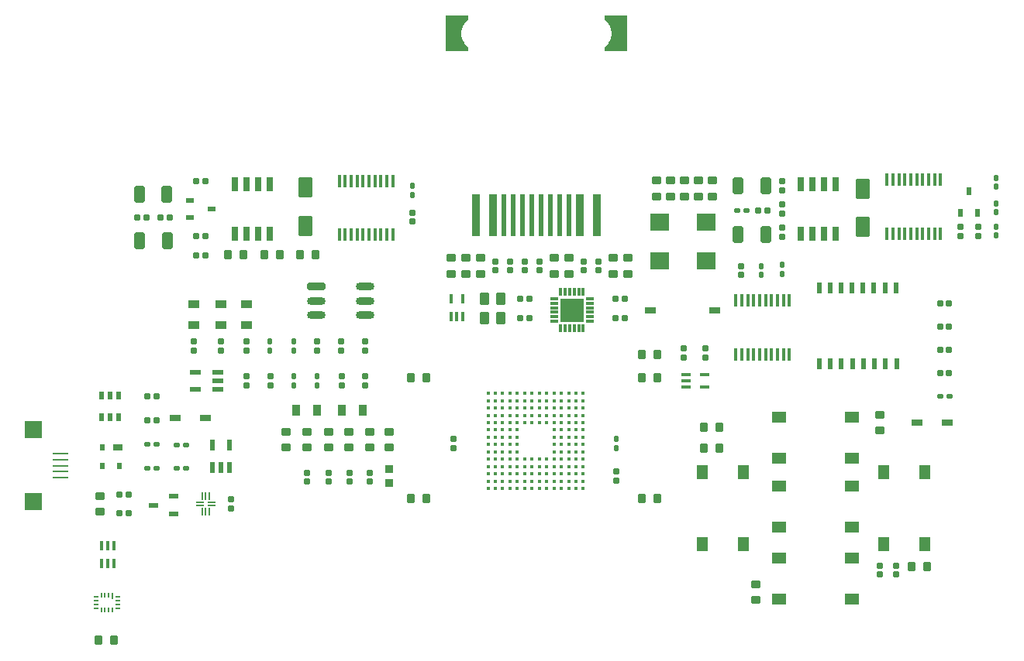
<source format=gtp>
G04*
G04 #@! TF.GenerationSoftware,Altium Limited,Altium Designer,21.3.2 (30)*
G04*
G04 Layer_Color=8421504*
%FSTAX24Y24*%
%MOIN*%
G70*
G04*
G04 #@! TF.SameCoordinates,D8A3EA29-9EC9-40DC-B38B-D8388A14BA40*
G04*
G04*
G04 #@! TF.FilePolarity,Positive*
G04*
G01*
G75*
G04:AMPARAMS|DCode=27|XSize=39.4mil|YSize=35.4mil|CornerRadius=4.4mil|HoleSize=0mil|Usage=FLASHONLY|Rotation=0.000|XOffset=0mil|YOffset=0mil|HoleType=Round|Shape=RoundedRectangle|*
%AMROUNDEDRECTD27*
21,1,0.0394,0.0266,0,0,0.0*
21,1,0.0305,0.0354,0,0,0.0*
1,1,0.0089,0.0153,-0.0133*
1,1,0.0089,-0.0153,-0.0133*
1,1,0.0089,-0.0153,0.0133*
1,1,0.0089,0.0153,0.0133*
%
%ADD27ROUNDEDRECTD27*%
%ADD28R,0.0354X0.0472*%
G04:AMPARAMS|DCode=29|XSize=23.6mil|YSize=23.6mil|CornerRadius=2.4mil|HoleSize=0mil|Usage=FLASHONLY|Rotation=180.000|XOffset=0mil|YOffset=0mil|HoleType=Round|Shape=RoundedRectangle|*
%AMROUNDEDRECTD29*
21,1,0.0236,0.0189,0,0,180.0*
21,1,0.0189,0.0236,0,0,180.0*
1,1,0.0047,-0.0094,0.0094*
1,1,0.0047,0.0094,0.0094*
1,1,0.0047,0.0094,-0.0094*
1,1,0.0047,-0.0094,-0.0094*
%
%ADD29ROUNDEDRECTD29*%
%ADD30R,0.0472X0.0315*%
G04:AMPARAMS|DCode=31|XSize=19.7mil|YSize=23.6mil|CornerRadius=2mil|HoleSize=0mil|Usage=FLASHONLY|Rotation=0.000|XOffset=0mil|YOffset=0mil|HoleType=Round|Shape=RoundedRectangle|*
%AMROUNDEDRECTD31*
21,1,0.0197,0.0197,0,0,0.0*
21,1,0.0157,0.0236,0,0,0.0*
1,1,0.0039,0.0079,-0.0098*
1,1,0.0039,-0.0079,-0.0098*
1,1,0.0039,-0.0079,0.0098*
1,1,0.0039,0.0079,0.0098*
%
%ADD31ROUNDEDRECTD31*%
G04:AMPARAMS|DCode=32|XSize=39.4mil|YSize=35.4mil|CornerRadius=4.4mil|HoleSize=0mil|Usage=FLASHONLY|Rotation=90.000|XOffset=0mil|YOffset=0mil|HoleType=Round|Shape=RoundedRectangle|*
%AMROUNDEDRECTD32*
21,1,0.0394,0.0266,0,0,90.0*
21,1,0.0305,0.0354,0,0,90.0*
1,1,0.0089,0.0133,0.0153*
1,1,0.0089,0.0133,-0.0153*
1,1,0.0089,-0.0133,-0.0153*
1,1,0.0089,-0.0133,0.0153*
%
%ADD32ROUNDEDRECTD32*%
%ADD33R,0.0610X0.0512*%
%ADD34R,0.0276X0.0610*%
G04:AMPARAMS|DCode=35|XSize=23.6mil|YSize=23.6mil|CornerRadius=2.4mil|HoleSize=0mil|Usage=FLASHONLY|Rotation=270.000|XOffset=0mil|YOffset=0mil|HoleType=Round|Shape=RoundedRectangle|*
%AMROUNDEDRECTD35*
21,1,0.0236,0.0189,0,0,270.0*
21,1,0.0189,0.0236,0,0,270.0*
1,1,0.0047,-0.0094,-0.0094*
1,1,0.0047,-0.0094,0.0094*
1,1,0.0047,0.0094,0.0094*
1,1,0.0047,0.0094,-0.0094*
%
%ADD35ROUNDEDRECTD35*%
G04:AMPARAMS|DCode=36|XSize=70.9mil|YSize=45.3mil|CornerRadius=5.7mil|HoleSize=0mil|Usage=FLASHONLY|Rotation=270.000|XOffset=0mil|YOffset=0mil|HoleType=Round|Shape=RoundedRectangle|*
%AMROUNDEDRECTD36*
21,1,0.0709,0.0340,0,0,270.0*
21,1,0.0595,0.0453,0,0,270.0*
1,1,0.0113,-0.0170,-0.0298*
1,1,0.0113,-0.0170,0.0298*
1,1,0.0113,0.0170,0.0298*
1,1,0.0113,0.0170,-0.0298*
%
%ADD36ROUNDEDRECTD36*%
%ADD37R,0.0236X0.0472*%
%ADD38R,0.0240X0.1811*%
%ADD39R,0.0319X0.1811*%
%ADD40C,0.0161*%
%ADD41R,0.0236X0.0276*%
%ADD42R,0.0394X0.0276*%
%ADD43R,0.0512X0.0610*%
%ADD44R,0.0413X0.0157*%
%ADD45R,0.0846X0.0768*%
G04:AMPARAMS|DCode=46|XSize=19.7mil|YSize=23.6mil|CornerRadius=2mil|HoleSize=0mil|Usage=FLASHONLY|Rotation=90.000|XOffset=0mil|YOffset=0mil|HoleType=Round|Shape=RoundedRectangle|*
%AMROUNDEDRECTD46*
21,1,0.0197,0.0197,0,0,90.0*
21,1,0.0157,0.0236,0,0,90.0*
1,1,0.0039,0.0098,0.0079*
1,1,0.0039,0.0098,-0.0079*
1,1,0.0039,-0.0098,-0.0079*
1,1,0.0039,-0.0098,0.0079*
%
%ADD46ROUNDEDRECTD46*%
%ADD47R,0.0492X0.0315*%
%ADD48R,0.0177X0.0581*%
%ADD49R,0.0413X0.0236*%
%ADD50R,0.0217X0.0354*%
%ADD51R,0.0335X0.0079*%
%ADD52R,0.0079X0.0335*%
%ADD53R,0.0472X0.0354*%
%ADD54R,0.0748X0.0748*%
%ADD55R,0.0700X0.0100*%
%ADD56R,0.0472X0.0236*%
%ADD57R,0.0217X0.0087*%
%ADD58R,0.0087X0.0217*%
%ADD59R,0.0087X0.0256*%
%ADD60R,0.0177X0.0394*%
%ADD61R,0.0374X0.0354*%
%ADD62R,0.0335X0.0118*%
%ADD63R,0.0118X0.0335*%
%ADD64R,0.1024X0.1024*%
%ADD65R,0.0157X0.0413*%
G04:AMPARAMS|DCode=66|XSize=55.1mil|YSize=39.4mil|CornerRadius=4.9mil|HoleSize=0mil|Usage=FLASHONLY|Rotation=90.000|XOffset=0mil|YOffset=0mil|HoleType=Round|Shape=RoundedRectangle|*
%AMROUNDEDRECTD66*
21,1,0.0551,0.0295,0,0,90.0*
21,1,0.0453,0.0394,0,0,90.0*
1,1,0.0098,0.0148,0.0226*
1,1,0.0098,0.0148,-0.0226*
1,1,0.0098,-0.0148,-0.0226*
1,1,0.0098,-0.0148,0.0226*
%
%ADD66ROUNDEDRECTD66*%
G04:AMPARAMS|DCode=67|XSize=86.6mil|YSize=59.1mil|CornerRadius=7.4mil|HoleSize=0mil|Usage=FLASHONLY|Rotation=270.000|XOffset=0mil|YOffset=0mil|HoleType=Round|Shape=RoundedRectangle|*
%AMROUNDEDRECTD67*
21,1,0.0866,0.0443,0,0,270.0*
21,1,0.0719,0.0591,0,0,270.0*
1,1,0.0148,-0.0221,-0.0359*
1,1,0.0148,-0.0221,0.0359*
1,1,0.0148,0.0221,0.0359*
1,1,0.0148,0.0221,-0.0359*
%
%ADD67ROUNDEDRECTD67*%
%ADD68R,0.0354X0.0236*%
%ADD69O,0.0787X0.0354*%
G04:AMPARAMS|DCode=70|XSize=78.7mil|YSize=35.4mil|CornerRadius=0mil|HoleSize=0mil|Usage=FLASHONLY|Rotation=0.000|XOffset=0mil|YOffset=0mil|HoleType=Round|Shape=Octagon|*
%AMOCTAGOND70*
4,1,8,0.0394,-0.0089,0.0394,0.0089,0.0305,0.0177,-0.0305,0.0177,-0.0394,0.0089,-0.0394,-0.0089,-0.0305,-0.0177,0.0305,-0.0177,0.0394,-0.0089,0.0*
%
%ADD70OCTAGOND70*%

%ADD71R,0.0236X0.0354*%
G36*
X031719Y048689D02*
X032699D01*
Y048511D01*
X03266Y04848D01*
X032626Y04845D01*
X032593Y048418D01*
X032563Y048383D01*
X032535Y048347D01*
X03251Y048309D01*
X032486Y04827D01*
X032465Y04823D01*
X032447Y048187D01*
X032432Y048144D01*
X032419Y0481D01*
X032409Y048056D01*
X032402Y048011D01*
X032398Y047965D01*
X032396Y047919D01*
X032398Y047874D01*
X032402Y047828D01*
X032409Y047783D01*
X032419Y047738D01*
X032432Y047694D01*
X032447Y047651D01*
X032465Y047609D01*
X032486Y047568D01*
X03251Y047529D01*
X032535Y047491D01*
X032563Y047455D01*
X032593Y047421D01*
X032626Y047388D01*
X03266Y047358D01*
X032699Y047328D01*
Y04715D01*
X031719D01*
Y048689D01*
D02*
G37*
G36*
X03855Y047328D02*
X038589Y047358D01*
X038623Y047388D01*
X038656Y047421D01*
X038686Y047455D01*
X038714Y047491D01*
X038739Y047529D01*
X038763Y047568D01*
X038784Y047609D01*
X038802Y047651D01*
X038817Y047694D01*
X03883Y047738D01*
X03884Y047783D01*
X038847Y047828D01*
X038851Y047874D01*
X038853Y047919D01*
X038851Y047965D01*
X038847Y048011D01*
X03884Y048056D01*
X03883Y0481D01*
X038817Y048144D01*
X038802Y048187D01*
X038784Y04823D01*
X038763Y04827D01*
X038739Y048309D01*
X038714Y048347D01*
X038686Y048383D01*
X038656Y048418D01*
X038623Y04845D01*
X038589Y04848D01*
X03855Y048511D01*
Y048689D01*
X03953D01*
Y04715D01*
X03855D01*
Y047328D01*
D02*
G37*
D27*
X0293Y030758D02*
D03*
Y030089D02*
D03*
X02845Y030758D02*
D03*
Y030089D02*
D03*
X02755Y030758D02*
D03*
Y030089D02*
D03*
X0267Y030758D02*
D03*
Y030089D02*
D03*
X02575D02*
D03*
Y030758D02*
D03*
X02485Y030089D02*
D03*
Y030758D02*
D03*
X04505Y024185D02*
D03*
Y023515D02*
D03*
X0504Y031485D02*
D03*
Y030815D02*
D03*
X01685Y027985D02*
D03*
Y027315D02*
D03*
X03195Y038235D02*
D03*
Y037565D02*
D03*
X033217Y038235D02*
D03*
Y037565D02*
D03*
X032583Y038235D02*
D03*
Y037565D02*
D03*
X037017Y038235D02*
D03*
Y037565D02*
D03*
X038917Y038235D02*
D03*
Y037565D02*
D03*
X03955Y038235D02*
D03*
Y037565D02*
D03*
X036383Y038235D02*
D03*
Y037565D02*
D03*
X0426Y041569D02*
D03*
Y0409D02*
D03*
X042Y041569D02*
D03*
Y0409D02*
D03*
X0414Y041569D02*
D03*
Y0409D02*
D03*
X0408Y041569D02*
D03*
Y0409D02*
D03*
X0432Y041569D02*
D03*
Y0409D02*
D03*
D28*
X0262Y0317D02*
D03*
X0253D02*
D03*
X02815D02*
D03*
X02725D02*
D03*
D29*
X035121Y037703D02*
D03*
Y038097D02*
D03*
X033855Y037703D02*
D03*
Y038097D02*
D03*
X034488Y037703D02*
D03*
Y038097D02*
D03*
X035755Y037703D02*
D03*
Y038097D02*
D03*
X037655Y037703D02*
D03*
Y038097D02*
D03*
X0511Y024606D02*
D03*
Y025D02*
D03*
X0504Y024603D02*
D03*
Y024997D02*
D03*
X02845Y028997D02*
D03*
Y028603D02*
D03*
X0276Y028997D02*
D03*
Y028603D02*
D03*
X0267D02*
D03*
Y028997D02*
D03*
X02575D02*
D03*
Y028603D02*
D03*
X02725Y032756D02*
D03*
Y03315D02*
D03*
X02825Y03275D02*
D03*
Y033144D02*
D03*
X02825Y034647D02*
D03*
Y034253D02*
D03*
X027217D02*
D03*
Y034647D02*
D03*
X026184D02*
D03*
Y034253D02*
D03*
X04195Y034347D02*
D03*
Y033953D02*
D03*
X03905Y029047D02*
D03*
Y028653D02*
D03*
X0429Y033953D02*
D03*
Y034347D02*
D03*
X044435Y0379D02*
D03*
Y037506D02*
D03*
X0225Y027453D02*
D03*
Y027847D02*
D03*
X023151Y03425D02*
D03*
Y034644D02*
D03*
X020885Y03425D02*
D03*
Y034644D02*
D03*
X022068Y03425D02*
D03*
Y034644D02*
D03*
X0242Y033147D02*
D03*
Y032753D02*
D03*
X02315Y033147D02*
D03*
Y032753D02*
D03*
X03205Y030444D02*
D03*
Y03005D02*
D03*
X0462Y03915D02*
D03*
Y039544D02*
D03*
Y040153D02*
D03*
Y040547D02*
D03*
Y041547D02*
D03*
Y041153D02*
D03*
X054622Y039594D02*
D03*
Y0392D02*
D03*
X0303Y040197D02*
D03*
Y039803D02*
D03*
X053872Y0392D02*
D03*
Y039594D02*
D03*
X038288Y037703D02*
D03*
Y038097D02*
D03*
D30*
X040522Y036D02*
D03*
X043278D02*
D03*
D31*
X0453Y0379D02*
D03*
Y037506D02*
D03*
X03905Y03005D02*
D03*
Y030444D02*
D03*
X046185Y037556D02*
D03*
Y03795D02*
D03*
X0262Y03315D02*
D03*
Y032756D02*
D03*
X0252Y03315D02*
D03*
Y032756D02*
D03*
X025183Y03425D02*
D03*
Y034644D02*
D03*
X02415Y03425D02*
D03*
Y034644D02*
D03*
X0303Y041344D02*
D03*
Y04095D02*
D03*
X0554Y039597D02*
D03*
Y039203D02*
D03*
Y041306D02*
D03*
Y0417D02*
D03*
Y040597D02*
D03*
Y040203D02*
D03*
D32*
X051765Y02495D02*
D03*
X052435D02*
D03*
X04015Y0279D02*
D03*
X040819D02*
D03*
X030215Y0331D02*
D03*
X030885D02*
D03*
X030215Y0279D02*
D03*
X030885D02*
D03*
X02235Y0384D02*
D03*
X023019D02*
D03*
X042815Y03095D02*
D03*
X043485D02*
D03*
X040165Y0331D02*
D03*
X040835D02*
D03*
X040165Y0341D02*
D03*
X040835D02*
D03*
X0435Y03005D02*
D03*
X042831D02*
D03*
X016781Y0218D02*
D03*
X01745D02*
D03*
X023915Y0384D02*
D03*
X024585D02*
D03*
X026135D02*
D03*
X025465D02*
D03*
D33*
X04605Y025322D02*
D03*
Y02355D02*
D03*
X04918Y025322D02*
D03*
Y02355D02*
D03*
Y026638D02*
D03*
Y02841D02*
D03*
X04605Y026638D02*
D03*
Y02841D02*
D03*
X04918Y029614D02*
D03*
Y031386D02*
D03*
X04605Y029614D02*
D03*
Y031386D02*
D03*
D34*
X02265Y041423D02*
D03*
X02315D02*
D03*
X02365D02*
D03*
X02415D02*
D03*
Y039277D02*
D03*
X02365D02*
D03*
X02315D02*
D03*
X02265D02*
D03*
X047Y041423D02*
D03*
X0475D02*
D03*
X048D02*
D03*
X0485D02*
D03*
Y039277D02*
D03*
X048D02*
D03*
X0475D02*
D03*
X047D02*
D03*
D35*
X01985Y04D02*
D03*
X019456D02*
D03*
X01885D02*
D03*
X018456D02*
D03*
X018097Y02805D02*
D03*
X017703D02*
D03*
X052981Y0353D02*
D03*
X053375D02*
D03*
X052981Y0343D02*
D03*
X053375D02*
D03*
Y0333D02*
D03*
X052981D02*
D03*
X053375Y0363D02*
D03*
X052981D02*
D03*
X019294Y031264D02*
D03*
X0189D02*
D03*
X018097Y02725D02*
D03*
X017703D02*
D03*
X0189Y0323D02*
D03*
X019294D02*
D03*
X034931Y0365D02*
D03*
X035325D02*
D03*
X039431Y03565D02*
D03*
X039037D02*
D03*
X034931D02*
D03*
X035325D02*
D03*
X039425Y0365D02*
D03*
X039031D02*
D03*
X045544Y0403D02*
D03*
X04515D02*
D03*
X0214Y03835D02*
D03*
X021006D02*
D03*
X021Y0392D02*
D03*
X021394D02*
D03*
X0214Y04155D02*
D03*
X021006D02*
D03*
D36*
X018559Y041D02*
D03*
X019741D02*
D03*
X018569Y039D02*
D03*
X01975D02*
D03*
X044309Y03925D02*
D03*
X045491D02*
D03*
X044309Y04135D02*
D03*
X045491D02*
D03*
D37*
X04778Y03695D02*
D03*
X04779Y0337D02*
D03*
X0511Y03695D02*
D03*
X05111Y0337D02*
D03*
X05062Y03695D02*
D03*
X05063Y0337D02*
D03*
X04827D02*
D03*
X05015D02*
D03*
X04873D02*
D03*
X04921D02*
D03*
X04826Y03695D02*
D03*
X04872D02*
D03*
X0492D02*
D03*
X04968Y0337D02*
D03*
X04967Y03695D02*
D03*
X05014D02*
D03*
X021679Y030192D02*
D03*
X022427D02*
D03*
Y029208D02*
D03*
X022053D02*
D03*
X021679D02*
D03*
D38*
X03703Y040073D02*
D03*
X036628D02*
D03*
X036227D02*
D03*
X035825D02*
D03*
X035424D02*
D03*
X035022D02*
D03*
X034621D02*
D03*
X034219D02*
D03*
D39*
X037502D02*
D03*
X033747D02*
D03*
X038227D02*
D03*
X033022D02*
D03*
D40*
X033545Y03241D02*
D03*
X03386D02*
D03*
X034175D02*
D03*
X03449D02*
D03*
X034805D02*
D03*
X03512D02*
D03*
X035435D02*
D03*
X03575D02*
D03*
X036065D02*
D03*
X03638D02*
D03*
X036695D02*
D03*
X03701D02*
D03*
X037325D02*
D03*
X03764D02*
D03*
X033545Y032095D02*
D03*
X03386D02*
D03*
X034175D02*
D03*
X03449D02*
D03*
X034805D02*
D03*
X03512D02*
D03*
X035435D02*
D03*
X03575D02*
D03*
X036065D02*
D03*
X03638D02*
D03*
X036695D02*
D03*
X03701D02*
D03*
X037325D02*
D03*
X03764D02*
D03*
X033545Y03178D02*
D03*
X03386D02*
D03*
X034175D02*
D03*
X03449D02*
D03*
X034805D02*
D03*
X03512D02*
D03*
X035435D02*
D03*
X03575D02*
D03*
X036065D02*
D03*
X03638D02*
D03*
X036695D02*
D03*
X03701D02*
D03*
X037325D02*
D03*
X03764D02*
D03*
X033545Y031465D02*
D03*
X03386D02*
D03*
X034175D02*
D03*
X03449D02*
D03*
X034805D02*
D03*
X03512D02*
D03*
X035435D02*
D03*
X03575D02*
D03*
X036065D02*
D03*
X03638D02*
D03*
X036695D02*
D03*
X03701D02*
D03*
X037325D02*
D03*
X03764D02*
D03*
X033545Y03115D02*
D03*
X03386D02*
D03*
X034175D02*
D03*
X03449D02*
D03*
X034805D02*
D03*
X03512D02*
D03*
X035435D02*
D03*
X03575D02*
D03*
X036065D02*
D03*
X03638D02*
D03*
X036695D02*
D03*
X03701D02*
D03*
X037325D02*
D03*
X03764D02*
D03*
X033545Y030835D02*
D03*
X03386D02*
D03*
X034175D02*
D03*
X03449D02*
D03*
X034805D02*
D03*
X03638D02*
D03*
X036695D02*
D03*
X03701D02*
D03*
X037325D02*
D03*
X03764D02*
D03*
X033545Y03052D02*
D03*
X03386D02*
D03*
X034175D02*
D03*
X03449D02*
D03*
X034805D02*
D03*
X03638D02*
D03*
X036695D02*
D03*
X03701D02*
D03*
X037325D02*
D03*
X03764D02*
D03*
X033545Y030205D02*
D03*
X03386D02*
D03*
X034175D02*
D03*
X03449D02*
D03*
X034805D02*
D03*
X03638D02*
D03*
X036695D02*
D03*
X03701D02*
D03*
X037325D02*
D03*
X03764D02*
D03*
X033545Y02989D02*
D03*
X03386D02*
D03*
X034175D02*
D03*
X03449D02*
D03*
X034805D02*
D03*
X03638D02*
D03*
X036695D02*
D03*
X03701D02*
D03*
X037325D02*
D03*
X03764D02*
D03*
X033545Y029575D02*
D03*
X03386D02*
D03*
X034175D02*
D03*
X03449D02*
D03*
X034805D02*
D03*
X03512D02*
D03*
X035435D02*
D03*
X03575D02*
D03*
X036065D02*
D03*
X03638D02*
D03*
X036695D02*
D03*
X03701D02*
D03*
X037325D02*
D03*
X03764D02*
D03*
X033545Y02926D02*
D03*
X03386D02*
D03*
X034175D02*
D03*
X03449D02*
D03*
X034805D02*
D03*
X03512D02*
D03*
X035435D02*
D03*
X03575D02*
D03*
X036065D02*
D03*
X03638D02*
D03*
X036695D02*
D03*
X03701D02*
D03*
X037325D02*
D03*
X03764D02*
D03*
X033545Y028945D02*
D03*
X03386D02*
D03*
X034175D02*
D03*
X03449D02*
D03*
X034805D02*
D03*
X03512D02*
D03*
X035435D02*
D03*
X03575D02*
D03*
X036065D02*
D03*
X03638D02*
D03*
X036695D02*
D03*
X03701D02*
D03*
X037325D02*
D03*
X03764D02*
D03*
X033545Y02863D02*
D03*
X03386D02*
D03*
X034175D02*
D03*
X03449D02*
D03*
X034805D02*
D03*
X03512D02*
D03*
X035435D02*
D03*
X03575D02*
D03*
X036065D02*
D03*
X03638D02*
D03*
X036695D02*
D03*
X03701D02*
D03*
X037325D02*
D03*
X03764D02*
D03*
X033545Y028315D02*
D03*
X03386D02*
D03*
X034175D02*
D03*
X03449D02*
D03*
X034805D02*
D03*
X03512D02*
D03*
X035435D02*
D03*
X03575D02*
D03*
X036065D02*
D03*
X03638D02*
D03*
X036695D02*
D03*
X03701D02*
D03*
X037325D02*
D03*
X03764D02*
D03*
D41*
X017703Y0293D02*
D03*
X016955D02*
D03*
Y030087D02*
D03*
D42*
X017624D02*
D03*
D43*
X044536Y029033D02*
D03*
X042764D02*
D03*
X044536Y025903D02*
D03*
X042764D02*
D03*
X050564D02*
D03*
X052336D02*
D03*
X050564Y029033D02*
D03*
X052336D02*
D03*
D44*
X042056Y033206D02*
D03*
Y03295D02*
D03*
Y032694D02*
D03*
X042844D02*
D03*
Y033206D02*
D03*
D45*
X040914Y038132D02*
D03*
Y039786D02*
D03*
X042914Y038132D02*
D03*
Y039786D02*
D03*
D46*
X053381Y0323D02*
D03*
X052987D02*
D03*
X0189Y029173D02*
D03*
X019294D02*
D03*
X0189Y030209D02*
D03*
X019294D02*
D03*
X020547Y029173D02*
D03*
X020153D02*
D03*
X020547Y0302D02*
D03*
X020153D02*
D03*
X044256Y0403D02*
D03*
X04465D02*
D03*
D47*
X0533Y03115D02*
D03*
X052001D02*
D03*
X0201Y03135D02*
D03*
X0214D02*
D03*
D48*
X046502Y036407D02*
D03*
X046246D02*
D03*
X04599D02*
D03*
X045734D02*
D03*
X045478D02*
D03*
X045222D02*
D03*
X044966D02*
D03*
X04471D02*
D03*
X044454D02*
D03*
X044198D02*
D03*
Y034093D02*
D03*
X044454D02*
D03*
X04471D02*
D03*
X044966D02*
D03*
X045222D02*
D03*
X045478D02*
D03*
X045734D02*
D03*
X04599D02*
D03*
X046246D02*
D03*
X046502D02*
D03*
X027148Y039243D02*
D03*
X027404D02*
D03*
X02766D02*
D03*
X027916D02*
D03*
X028172D02*
D03*
X028428D02*
D03*
X028684D02*
D03*
X02894D02*
D03*
X029196D02*
D03*
X029452D02*
D03*
Y041557D02*
D03*
X029196D02*
D03*
X02894D02*
D03*
X028684D02*
D03*
X028428D02*
D03*
X028172D02*
D03*
X027916D02*
D03*
X02766D02*
D03*
X027404D02*
D03*
X027148D02*
D03*
X050698Y039293D02*
D03*
X050954D02*
D03*
X05121D02*
D03*
X051466D02*
D03*
X051722D02*
D03*
X051978D02*
D03*
X052234D02*
D03*
X05249D02*
D03*
X052746D02*
D03*
X053002D02*
D03*
Y041607D02*
D03*
X052746D02*
D03*
X05249D02*
D03*
X052234D02*
D03*
X051978D02*
D03*
X051722D02*
D03*
X051466D02*
D03*
X05121D02*
D03*
X050954D02*
D03*
X050698D02*
D03*
D49*
X020033Y027226D02*
D03*
Y027974D02*
D03*
X019167Y0276D02*
D03*
D50*
X016926Y032322D02*
D03*
X0173D02*
D03*
X017674D02*
D03*
Y031378D02*
D03*
X0173D02*
D03*
X016926D02*
D03*
D51*
X021656Y027571D02*
D03*
Y027729D02*
D03*
X021144D02*
D03*
Y027571D02*
D03*
D52*
X021557Y027985D02*
D03*
X0214D02*
D03*
X021243D02*
D03*
Y027315D02*
D03*
X0214D02*
D03*
X021557D02*
D03*
D53*
X02205Y03535D02*
D03*
Y03625D02*
D03*
X0209Y03535D02*
D03*
Y03625D02*
D03*
X02315Y03535D02*
D03*
Y03625D02*
D03*
D54*
X013982Y027745D02*
D03*
Y030855D02*
D03*
D55*
X01515Y0288D02*
D03*
Y029044D02*
D03*
Y0293D02*
D03*
Y029556D02*
D03*
Y029812D02*
D03*
D56*
X020958Y032576D02*
D03*
Y033324D02*
D03*
X021942D02*
D03*
Y03295D02*
D03*
Y032576D02*
D03*
D57*
X017613Y023636D02*
D03*
Y023479D02*
D03*
Y023321D02*
D03*
Y023164D02*
D03*
X016687D02*
D03*
Y023321D02*
D03*
Y023479D02*
D03*
Y023636D02*
D03*
D58*
X017386Y023095D02*
D03*
X017229D02*
D03*
X017071D02*
D03*
X016914D02*
D03*
Y023705D02*
D03*
X017071D02*
D03*
X017229D02*
D03*
D59*
X017386Y023685D02*
D03*
D60*
X01745Y0251D02*
D03*
X017194D02*
D03*
X016938D02*
D03*
Y025848D02*
D03*
X017194D02*
D03*
X01745D02*
D03*
D61*
X0293Y029165D02*
D03*
Y028535D02*
D03*
D62*
X036382Y036492D02*
D03*
Y036295D02*
D03*
Y036098D02*
D03*
Y035902D02*
D03*
Y035705D02*
D03*
Y035508D02*
D03*
X037918D02*
D03*
Y035705D02*
D03*
Y035902D02*
D03*
Y036098D02*
D03*
Y036295D02*
D03*
Y036492D02*
D03*
D63*
X036658Y035232D02*
D03*
X036855D02*
D03*
X037052D02*
D03*
X037248D02*
D03*
X037445D02*
D03*
X037642D02*
D03*
Y036768D02*
D03*
X037445D02*
D03*
X037248D02*
D03*
X037052D02*
D03*
X036855D02*
D03*
X036658D02*
D03*
D64*
X03715Y036D02*
D03*
D65*
X031944Y035726D02*
D03*
X0322D02*
D03*
X032456D02*
D03*
Y036474D02*
D03*
X031944D02*
D03*
D66*
X033396Y0365D02*
D03*
X034104D02*
D03*
X033396Y03565D02*
D03*
X034104D02*
D03*
D67*
X0257Y039623D02*
D03*
Y041277D02*
D03*
X04965Y041227D02*
D03*
Y039573D02*
D03*
D68*
X021672Y04035D02*
D03*
X020728Y039976D02*
D03*
Y040724D02*
D03*
D69*
X028276Y03577D02*
D03*
Y0364D02*
D03*
Y03703D02*
D03*
X02615Y03577D02*
D03*
Y0364D02*
D03*
D70*
Y03703D02*
D03*
D71*
X053848Y040178D02*
D03*
X054596D02*
D03*
X054222Y041122D02*
D03*
M02*

</source>
